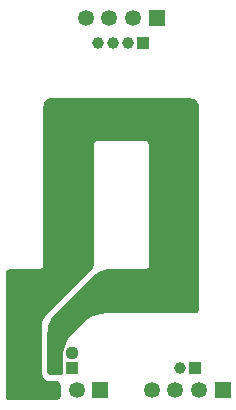
<source format=gbl>
G04*
G04 #@! TF.GenerationSoftware,Altium Limited,Altium Designer,21.7.2 (23)*
G04*
G04 Layer_Physical_Order=4*
G04 Layer_Color=16711680*
%FSAX25Y25*%
%MOIN*%
G70*
G04*
G04 #@! TF.SameCoordinates,C6185680-9DF1-42B3-8AB4-FD9FEACD6233*
G04*
G04*
G04 #@! TF.FilePolarity,Positive*
G04*
G01*
G75*
%ADD14C,0.04409*%
%ADD15R,0.04409X0.04409*%
%ADD18C,0.05315*%
%ADD19R,0.05315X0.05315*%
%ADD20R,0.03937X0.03937*%
%ADD21C,0.03937*%
G36*
X0186383Y0202637D02*
X0186948Y0202402D01*
X0187457Y0202063D01*
X0187889Y0201630D01*
X0188229Y0201121D01*
X0188463Y0200556D01*
X0188583Y0199956D01*
Y0199650D01*
Y0132283D01*
Y0132029D01*
X0188388Y0131559D01*
X0188028Y0131199D01*
X0187558Y0131004D01*
X0157292D01*
X0157292Y0131004D01*
X0156312Y0130956D01*
X0154389Y0130573D01*
X0152578Y0129823D01*
X0150948Y0128734D01*
X0150221Y0128075D01*
X0146236Y0124090D01*
X0146236Y0124090D01*
X0145577Y0123363D01*
X0144488Y0121733D01*
X0143738Y0119922D01*
X0143355Y0117999D01*
X0143307Y0117019D01*
Y0111417D01*
X0143307Y0111417D01*
X0143307Y0111241D01*
X0143172Y0110916D01*
X0142923Y0110666D01*
X0142597Y0110531D01*
X0142421Y0110531D01*
X0139075D01*
X0138850Y0110531D01*
X0138436Y0110703D01*
X0138119Y0111020D01*
X0137947Y0111435D01*
X0137947Y0111659D01*
Y0123721D01*
X0137947Y0123721D01*
X0137947Y0123721D01*
X0137958Y0124291D01*
X0138093Y0125425D01*
X0138337Y0126539D01*
X0138690Y0127625D01*
X0139148Y0128671D01*
X0139706Y0129666D01*
X0140359Y0130603D01*
X0141100Y0131470D01*
X0141512Y0131866D01*
X0152744Y0143099D01*
X0152744Y0143099D01*
X0152744Y0143099D01*
X0153441Y0143795D01*
X0155079Y0144890D01*
X0156898Y0145643D01*
X0157946Y0145852D01*
X0170971Y0145929D01*
X0171163Y0145969D01*
X0171359Y0146009D01*
X0171360Y0146009D01*
X0171360Y0146009D01*
X0171527Y0146122D01*
X0171689Y0146231D01*
X0171689Y0146232D01*
X0171690Y0146232D01*
X0171801Y0146401D01*
X0171908Y0146563D01*
X0171908Y0146564D01*
X0171909Y0146564D01*
X0171946Y0146758D01*
X0171984Y0146954D01*
X0171787Y0187407D01*
X0171748Y0187599D01*
X0171710Y0187792D01*
X0171708Y0187794D01*
X0171708Y0187796D01*
X0171598Y0187959D01*
X0171489Y0188122D01*
X0171487Y0188124D01*
X0171485Y0188126D01*
X0171321Y0188234D01*
X0171158Y0188344D01*
X0171155Y0188344D01*
X0171153Y0188345D01*
X0170960Y0188383D01*
X0170768Y0188421D01*
X0154528D01*
X0154333Y0188383D01*
X0154140Y0188345D01*
X0154139Y0188344D01*
X0154137Y0188344D01*
X0153973Y0188233D01*
X0153808Y0188124D01*
X0153808Y0188123D01*
X0153807Y0188122D01*
X0153697Y0187959D01*
X0153586Y0187794D01*
X0153586Y0187793D01*
X0153586Y0187792D01*
X0153547Y0187599D01*
X0153508Y0187404D01*
X0153410Y0146863D01*
X0153388Y0146755D01*
X0153084Y0146020D01*
X0152641Y0145358D01*
X0152360Y0145077D01*
X0137378Y0130094D01*
Y0130094D01*
X0137163Y0129896D01*
X0136796Y0129442D01*
X0136525Y0128925D01*
X0136360Y0128365D01*
X0136319Y0128075D01*
Y0110925D01*
X0136346Y0110661D01*
X0136478Y0110146D01*
X0136708Y0109667D01*
X0137027Y0109242D01*
X0137423Y0108887D01*
X0137880Y0108616D01*
X0138381Y0108440D01*
X0138907Y0108365D01*
X0139173Y0108366D01*
X0141159Y0108366D01*
X0141829Y0108089D01*
X0142341Y0107577D01*
X0142618Y0106907D01*
Y0103565D01*
X0142333Y0102878D01*
X0141807Y0102352D01*
X0141120Y0102067D01*
X0125376D01*
X0124797Y0102307D01*
X0124354Y0102750D01*
X0124114Y0103329D01*
Y0103642D01*
Y0143996D01*
X0124114Y0143996D01*
X0124114Y0143996D01*
X0124161Y0144462D01*
X0124384Y0145000D01*
X0124882Y0145498D01*
X0125533Y0145768D01*
X0125886Y0145768D01*
X0135335Y0145768D01*
X0135603Y0145794D01*
X0136100Y0146000D01*
X0136480Y0146380D01*
X0136686Y0146877D01*
X0136713Y0147146D01*
Y0200098D01*
X0136713Y0200098D01*
X0136713Y0200098D01*
X0136754Y0200566D01*
X0136815Y0200873D01*
X0137015Y0201357D01*
X0137306Y0201793D01*
X0137676Y0202163D01*
X0138111Y0202453D01*
X0138595Y0202654D01*
X0139108Y0202756D01*
X0139370Y0202756D01*
X0185477Y0202756D01*
X0185783D01*
X0186383Y0202637D01*
D02*
G37*
D14*
X0146102Y0117854D02*
D03*
X0141102D02*
D03*
Y0112854D02*
D03*
D15*
X0146102D02*
D03*
D18*
X0132087Y0105413D02*
D03*
X0139961D02*
D03*
X0147835D02*
D03*
X0172835D02*
D03*
X0180709D02*
D03*
X0188583D02*
D03*
X0166535Y0229528D02*
D03*
X0158661D02*
D03*
X0150787D02*
D03*
D19*
X0155709Y0105413D02*
D03*
X0196457D02*
D03*
X0174409Y0229528D02*
D03*
D20*
X0187284Y0112894D02*
D03*
X0170039Y0221260D02*
D03*
D21*
X0182283Y0112894D02*
D03*
X0165039Y0221260D02*
D03*
X0160039D02*
D03*
X0155039D02*
D03*
M02*

</source>
